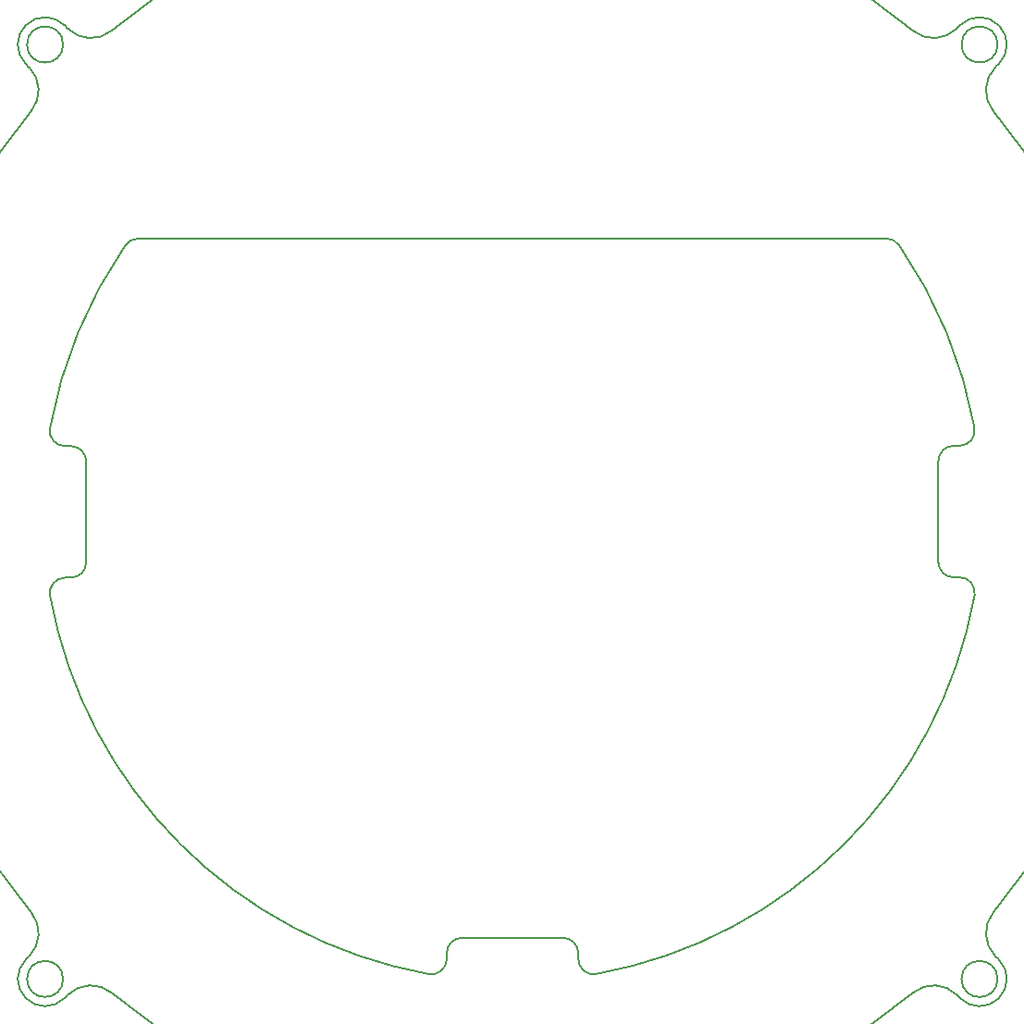
<source format=gbr>
%TF.GenerationSoftware,KiCad,Pcbnew,7.0.9*%
%TF.CreationDate,2025-05-05T21:09:02+09:00*%
%TF.ProjectId,LINE_Main,4c494e45-5f4d-4616-996e-2e6b69636164,rev?*%
%TF.SameCoordinates,Original*%
%TF.FileFunction,Profile,NP*%
%FSLAX46Y46*%
G04 Gerber Fmt 4.6, Leading zero omitted, Abs format (unit mm)*
G04 Created by KiCad (PCBNEW 7.0.9) date 2025-05-05 21:09:02*
%MOMM*%
%LPD*%
G01*
G04 APERTURE LIST*
%TA.AperFunction,Profile*%
%ADD10C,0.200000*%
%TD*%
G04 APERTURE END LIST*
D10*
X217570193Y-88297290D02*
G75*
G03*
X218947655Y-86647123I7J1399990D01*
G01*
X220683780Y-130984416D02*
G75*
G03*
X220868463Y-135024758I2306020J-1918984D01*
G01*
X217615520Y-138842536D02*
G75*
G03*
X221173476Y-135329771I1790180J1745036D01*
G01*
X139987163Y-138375648D02*
G75*
G03*
X213296328Y-138372560I36652727J44043928D01*
G01*
X213292617Y-50287792D02*
G75*
G03*
X139983452Y-50290880I-36652727J-44043928D01*
G01*
X139987187Y-138375619D02*
G75*
G03*
X135946852Y-138560293I-1918987J-2305981D01*
G01*
X142382044Y-69331704D02*
G75*
G03*
X141229135Y-69937489I-44J-1399896D01*
G01*
X217570193Y-88297319D02*
X217039891Y-88297319D01*
X221055708Y-51565901D02*
G75*
G03*
X221055708Y-51565901I-1650000J0D01*
G01*
X215639880Y-98931720D02*
G75*
G03*
X217039891Y-100331720I1400020J20D01*
G01*
X132387277Y-135055602D02*
G75*
G03*
X132599050Y-130988158I-2094037J2148262D01*
G01*
X213292612Y-50287798D02*
G75*
G03*
X217332928Y-50103147I1918988J2305998D01*
G01*
X215639891Y-89697319D02*
X215639891Y-98931720D01*
X182674279Y-135262023D02*
G75*
G03*
X184324487Y-136639485I1400021J23D01*
G01*
X181274291Y-133331721D02*
X172039890Y-133331721D01*
X217363763Y-138584342D02*
G75*
G03*
X213296329Y-138372561I-2148263J-2094058D01*
G01*
X135709587Y-100366083D02*
G75*
G03*
X134332124Y-102016317I13J-1400017D01*
G01*
X217039891Y-100331720D02*
X217576427Y-100331720D01*
X137639889Y-98966121D02*
X137639889Y-89731720D01*
X132129034Y-135307310D02*
G75*
G03*
X135641838Y-138865305I1745066J-1790190D01*
G01*
X217363775Y-138584330D02*
X217615491Y-138842565D01*
X136239889Y-88331720D02*
X135703353Y-88331720D01*
X137639880Y-89731720D02*
G75*
G03*
X136239889Y-88331720I-1399980J20D01*
G01*
X136239889Y-100366089D02*
G75*
G03*
X137639889Y-98966121I11J1399989D01*
G01*
X135916005Y-50079110D02*
X135664289Y-49820875D01*
X172039890Y-133331690D02*
G75*
G03*
X170639890Y-134731721I10J-1400010D01*
G01*
X135524072Y-137097539D02*
G75*
G03*
X135524072Y-137097539I-1650000J0D01*
G01*
X182674279Y-134731721D02*
G75*
G03*
X181274291Y-133331721I-1399979J21D01*
G01*
X218947649Y-86647124D02*
G75*
G03*
X212050645Y-69937489I-42307749J-7684576D01*
G01*
X142382044Y-69331720D02*
X210897736Y-69331720D01*
X168990842Y-136645978D02*
G75*
G03*
X170639890Y-135268257I248958J1377778D01*
G01*
X134325704Y-86682685D02*
G75*
G03*
X135703353Y-88331720I1377696J-249015D01*
G01*
X132387280Y-135055605D02*
X132129045Y-135307321D01*
X220892500Y-53607835D02*
X221150735Y-53356119D01*
X134332117Y-102016318D02*
G75*
G03*
X168990851Y-136645929I42307783J7684618D01*
G01*
X135709587Y-100366121D02*
X136239889Y-100366121D01*
X212050613Y-69937511D02*
G75*
G03*
X210897736Y-69331720I-1152913J-794189D01*
G01*
X221055709Y-137097538D02*
G75*
G03*
X221055709Y-137097538I-1650000J0D01*
G01*
X217039891Y-88297291D02*
G75*
G03*
X215639891Y-89697319I9J-1400009D01*
G01*
X170639890Y-134731721D02*
X170639890Y-135268257D01*
X221173476Y-135329771D02*
X220868463Y-135024758D01*
X135524071Y-51565902D02*
G75*
G03*
X135524071Y-51565902I-1650000J0D01*
G01*
X135664320Y-49820845D02*
G75*
G03*
X132106305Y-53333668I-1790220J-1745055D01*
G01*
X220683818Y-130984447D02*
G75*
G03*
X220680730Y-57675282I-44043928J36652727D01*
G01*
X184324487Y-136639485D02*
G75*
G03*
X218954098Y-101980759I-7684597J42307765D01*
G01*
X218954049Y-101980750D02*
G75*
G03*
X217576427Y-100331720I-1377649J249050D01*
G01*
X132106304Y-53333669D02*
X132411317Y-53638682D01*
X182674291Y-135262023D02*
X182674291Y-134731721D01*
X141229127Y-69937484D02*
G75*
G03*
X134325681Y-86682681I35410773J-24394216D01*
G01*
X135916040Y-50079076D02*
G75*
G03*
X139983451Y-50290879I2148260J2093976D01*
G01*
X135641839Y-138865306D02*
X135946852Y-138560293D01*
X217637941Y-49798134D02*
X217332928Y-50103147D01*
X221150726Y-53356110D02*
G75*
G03*
X217637941Y-49798134I-1745026J1790210D01*
G01*
X132595962Y-57678993D02*
G75*
G03*
X132599050Y-130988158I44043928J-36652727D01*
G01*
X220892505Y-53607841D02*
G75*
G03*
X220680730Y-57675282I2093995J-2148259D01*
G01*
X132595959Y-57678990D02*
G75*
G03*
X132411316Y-53638683I-2305959J1918990D01*
G01*
M02*

</source>
